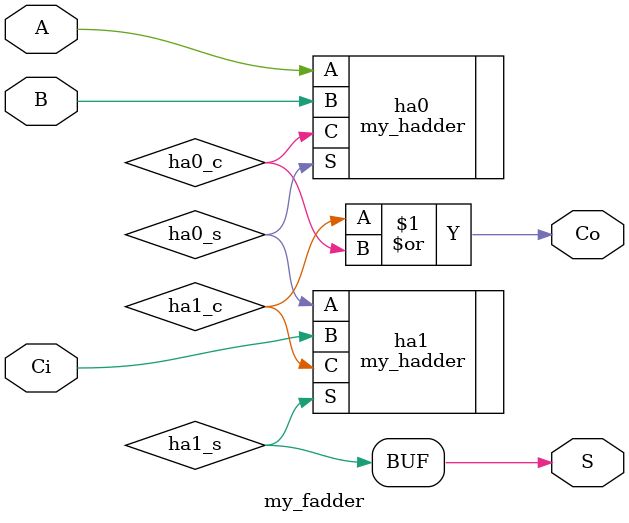
<source format=v>
`timescale 1ns / 1ps


module my_fadder(
    input A,
    input B,
    input Ci,
    output S,
    output Co
    );
    
    wire ha0_s, ha0_c;
    wire ha1_s, ha1_c;
    
    my_hadder ha0(
    .A(A),
    .B(B),
    .S(ha0_s),
    .C(ha0_c)
    );
    
    my_hadder ha1(
    .A(ha0_s),
    .B(Ci),
    .S(ha1_s),
    .C(ha1_c)
    );
    
    assign S = ha1_s;
    assign Co = ha1_c | ha0_c;
endmodule

</source>
